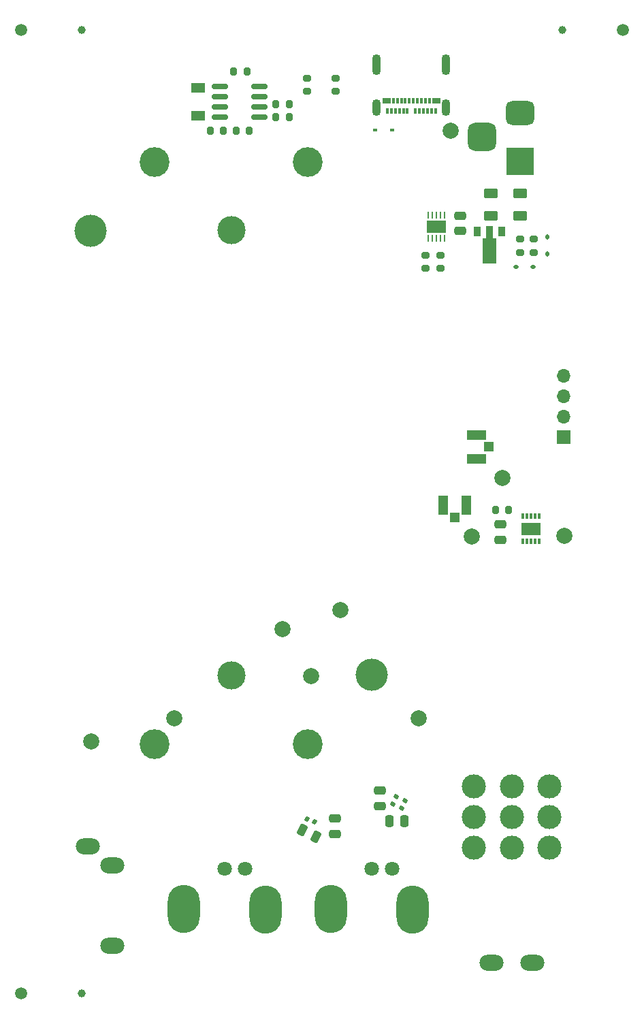
<source format=gbr>
%TF.GenerationSoftware,KiCad,Pcbnew,8.0.5+dfsg-1*%
%TF.CreationDate,2024-09-25T11:52:26+01:00*%
%TF.ProjectId,low-noise-power-probe-panel,6c6f772d-6e6f-4697-9365-2d706f776572,rev?*%
%TF.SameCoordinates,Original*%
%TF.FileFunction,Soldermask,Top*%
%TF.FilePolarity,Negative*%
%FSLAX46Y46*%
G04 Gerber Fmt 4.6, Leading zero omitted, Abs format (unit mm)*
G04 Created by KiCad (PCBNEW 8.0.5+dfsg-1) date 2024-09-25 11:52:26*
%MOMM*%
%LPD*%
G01*
G04 APERTURE LIST*
G04 Aperture macros list*
%AMRoundRect*
0 Rectangle with rounded corners*
0 $1 Rounding radius*
0 $2 $3 $4 $5 $6 $7 $8 $9 X,Y pos of 4 corners*
0 Add a 4 corners polygon primitive as box body*
4,1,4,$2,$3,$4,$5,$6,$7,$8,$9,$2,$3,0*
0 Add four circle primitives for the rounded corners*
1,1,$1+$1,$2,$3*
1,1,$1+$1,$4,$5*
1,1,$1+$1,$6,$7*
1,1,$1+$1,$8,$9*
0 Add four rect primitives between the rounded corners*
20,1,$1+$1,$2,$3,$4,$5,0*
20,1,$1+$1,$4,$5,$6,$7,0*
20,1,$1+$1,$6,$7,$8,$9,0*
20,1,$1+$1,$8,$9,$2,$3,0*%
%AMFreePoly0*
4,1,9,3.862500,-0.866500,0.737500,-0.866500,0.737500,-0.450000,-0.737500,-0.450000,-0.737500,0.450000,0.737500,0.450000,0.737500,0.866500,3.862500,0.866500,3.862500,-0.866500,3.862500,-0.866500,$1*%
G04 Aperture macros list end*
%ADD10C,1.000000*%
%ADD11R,0.600000X0.450000*%
%ADD12RoundRect,0.112500X0.187500X0.112500X-0.187500X0.112500X-0.187500X-0.112500X0.187500X-0.112500X0*%
%ADD13C,3.000000*%
%ADD14O,3.000000X2.000000*%
%ADD15RoundRect,0.200000X0.200000X0.275000X-0.200000X0.275000X-0.200000X-0.275000X0.200000X-0.275000X0*%
%ADD16R,1.700000X1.300000*%
%ADD17RoundRect,0.101600X-0.525000X1.100000X-0.525000X-1.100000X0.525000X-1.100000X0.525000X1.100000X0*%
%ADD18RoundRect,0.101600X-0.500000X0.525000X-0.500000X-0.525000X0.500000X-0.525000X0.500000X0.525000X0*%
%ADD19RoundRect,0.200000X-0.200000X-0.275000X0.200000X-0.275000X0.200000X0.275000X-0.200000X0.275000X0*%
%ADD20RoundRect,0.140000X0.094906X-0.198728X0.213239X0.055038X-0.094906X0.198728X-0.213239X-0.055038X0*%
%ADD21C,2.000000*%
%ADD22C,3.500000*%
%ADD23C,4.000000*%
%ADD24C,3.700000*%
%ADD25RoundRect,0.112500X0.112500X-0.187500X0.112500X0.187500X-0.112500X0.187500X-0.112500X-0.187500X0*%
%ADD26C,1.500000*%
%ADD27R,0.300000X0.650000*%
%ADD28R,2.480000X1.550000*%
%ADD29RoundRect,0.140000X0.198728X0.094906X-0.055038X0.213239X-0.198728X-0.094906X0.055038X-0.213239X0*%
%ADD30RoundRect,0.200000X-0.275000X0.200000X-0.275000X-0.200000X0.275000X-0.200000X0.275000X0.200000X0*%
%ADD31RoundRect,0.250000X-0.475000X0.250000X-0.475000X-0.250000X0.475000X-0.250000X0.475000X0.250000X0*%
%ADD32RoundRect,0.250000X-0.625000X0.375000X-0.625000X-0.375000X0.625000X-0.375000X0.625000X0.375000X0*%
%ADD33RoundRect,0.150000X-0.825000X-0.150000X0.825000X-0.150000X0.825000X0.150000X-0.825000X0.150000X0*%
%ADD34R,1.700000X1.700000*%
%ADD35O,1.700000X1.700000*%
%ADD36RoundRect,0.250000X-0.250000X-0.475000X0.250000X-0.475000X0.250000X0.475000X-0.250000X0.475000X0*%
%ADD37RoundRect,0.101600X-1.100000X-0.525000X1.100000X-0.525000X1.100000X0.525000X-1.100000X0.525000X0*%
%ADD38RoundRect,0.101600X-0.525000X-0.500000X0.525000X-0.500000X0.525000X0.500000X-0.525000X0.500000X0*%
%ADD39O,4.000000X6.000000*%
%ADD40C,1.800000*%
%ADD41R,3.500000X3.500000*%
%ADD42RoundRect,0.750000X-1.000000X0.750000X-1.000000X-0.750000X1.000000X-0.750000X1.000000X0.750000X0*%
%ADD43RoundRect,0.875000X-0.875000X0.875000X-0.875000X-0.875000X0.875000X-0.875000X0.875000X0.875000X0*%
%ADD44RoundRect,0.062500X-0.062500X0.362500X-0.062500X-0.362500X0.062500X-0.362500X0.062500X0.362500X0*%
%ADD45R,2.380000X1.650000*%
%ADD46R,0.300000X0.700000*%
%ADD47R,1.000000X0.700000*%
%ADD48O,1.100000X2.100000*%
%ADD49O,1.100000X2.600000*%
%ADD50RoundRect,0.250000X0.475000X-0.250000X0.475000X0.250000X-0.475000X0.250000X-0.475000X-0.250000X0*%
%ADD51RoundRect,0.200000X0.275000X-0.200000X0.275000X0.200000X-0.275000X0.200000X-0.275000X-0.200000X0*%
%ADD52R,0.900000X1.300000*%
%ADD53FreePoly0,270.000000*%
%ADD54RoundRect,0.250000X-0.427321X-0.324842X0.025833X-0.536151X0.427321X0.324842X-0.025833X0.536151X0*%
G04 APERTURE END LIST*
D10*
%TO.C,KiKit_FID_T_3*%
X180100000Y-142300000D03*
%TD*%
D11*
%TO.C,D14*%
X218700000Y-34875000D03*
X216600000Y-34875000D03*
%TD*%
D12*
%TO.C,D8*%
X236250000Y-51975000D03*
X234150000Y-51975000D03*
%TD*%
D13*
%TO.C,SW1*%
X238300000Y-124120000D03*
X233600000Y-124120000D03*
X228900000Y-124120000D03*
X238300000Y-120310000D03*
X233600000Y-120310000D03*
X228900000Y-120310000D03*
X238300000Y-116500000D03*
X233600000Y-116500000D03*
X228900000Y-116500000D03*
D14*
X231060000Y-138470000D03*
X236140000Y-138470000D03*
%TD*%
D15*
%TO.C,R22*%
X200950000Y-35025000D03*
X199300000Y-35025000D03*
%TD*%
D16*
%TO.C,D2*%
X194600000Y-29625000D03*
X194600000Y-33125000D03*
%TD*%
D17*
%TO.C,TP17*%
X227975000Y-81555000D03*
X225025000Y-81555000D03*
D18*
X226500000Y-83080000D03*
%TD*%
D19*
%TO.C,R19*%
X204250000Y-31725000D03*
X205900000Y-31725000D03*
%TD*%
D20*
%TO.C,C24*%
X218797143Y-118710028D03*
X219202857Y-117839972D03*
%TD*%
D21*
%TO.C,BT1*%
X181300000Y-110975000D03*
D22*
X198700000Y-102775000D03*
D23*
X216200000Y-102675000D03*
X181200000Y-47475000D03*
D22*
X198700000Y-47375000D03*
D24*
X189150000Y-111250000D03*
X189150000Y-38900000D03*
X208250000Y-111250000D03*
X208250000Y-38900000D03*
%TD*%
D25*
%TO.C,D7*%
X238000000Y-50325000D03*
X238000000Y-48225000D03*
%TD*%
D10*
%TO.C,KiKit_FID_T_2*%
X239900000Y-22500000D03*
%TD*%
D15*
%TO.C,R24*%
X197750000Y-35025000D03*
X196100000Y-35025000D03*
%TD*%
D26*
%TO.C,KiKit_TO_1*%
X172600000Y-22500000D03*
%TD*%
D27*
%TO.C,U4*%
X235000000Y-86050000D03*
X235500000Y-86050000D03*
X236000000Y-86050000D03*
X236500000Y-86050000D03*
X237000000Y-86050000D03*
X237000000Y-82950000D03*
X236500000Y-82950000D03*
X236000000Y-82950000D03*
X235500000Y-82950000D03*
X235000000Y-82950000D03*
D28*
X236000000Y-84500000D03*
%TD*%
D29*
%TO.C,C21*%
X209035028Y-120977857D03*
X208164972Y-120572143D03*
%TD*%
D30*
%TO.C,R8*%
X211650000Y-28450000D03*
X211650000Y-30100000D03*
%TD*%
D31*
%TO.C,C14*%
X227150000Y-45550000D03*
X227150000Y-47450000D03*
%TD*%
D32*
%TO.C,F2*%
X231000000Y-42775000D03*
X231000000Y-45575000D03*
%TD*%
D26*
%TO.C,KiKit_TO_2*%
X247400000Y-22500000D03*
%TD*%
D33*
%TO.C,U8*%
X197275000Y-29470000D03*
X197275000Y-30740000D03*
X197275000Y-32010000D03*
X197275000Y-33280000D03*
X202225000Y-33280000D03*
X202225000Y-32010000D03*
X202225000Y-30740000D03*
X202225000Y-29470000D03*
%TD*%
D34*
%TO.C,J5*%
X240050000Y-73100000D03*
D35*
X240050000Y-70560000D03*
X240050000Y-68020000D03*
X240050000Y-65480000D03*
%TD*%
D32*
%TO.C,F1*%
X234600000Y-42775000D03*
X234600000Y-45575000D03*
%TD*%
D36*
%TO.C,C30*%
X218350000Y-120825000D03*
X220250000Y-120825000D03*
%TD*%
D37*
%TO.C,TP16*%
X229200000Y-72825000D03*
X229200000Y-75775000D03*
D38*
X230725000Y-74300000D03*
%TD*%
D39*
%TO.C,J1*%
X202980000Y-131880000D03*
X192820000Y-131780000D03*
D40*
X197900000Y-126800000D03*
X200440000Y-126800000D03*
%TD*%
D19*
%TO.C,R18*%
X204250000Y-33275000D03*
X205900000Y-33275000D03*
%TD*%
D41*
%TO.C,J3*%
X234600000Y-38775000D03*
D42*
X234600000Y-32775000D03*
D43*
X229900000Y-35775000D03*
%TD*%
D15*
%TO.C,R23*%
X200650000Y-27625000D03*
X199000000Y-27625000D03*
%TD*%
D26*
%TO.C,KiKit_TO_3*%
X172600000Y-142300000D03*
%TD*%
D44*
%TO.C,U6*%
X225200000Y-45500000D03*
X224700000Y-45500000D03*
X224200000Y-45500000D03*
X223700000Y-45500000D03*
X223200000Y-45500000D03*
X223200000Y-48400000D03*
X223700000Y-48400000D03*
X224200000Y-48400000D03*
X224700000Y-48400000D03*
X225200000Y-48400000D03*
D45*
X224200000Y-46950000D03*
%TD*%
D46*
%TO.C,J4*%
X224109483Y-32535000D03*
X223609483Y-32535000D03*
X223109483Y-32535000D03*
X222609483Y-32535000D03*
X222109483Y-32535000D03*
X221609483Y-32535000D03*
X220609483Y-32535000D03*
X220109483Y-32535000D03*
X219609483Y-32535000D03*
X219109483Y-32535000D03*
X218609483Y-32535000D03*
X218109483Y-32535000D03*
D47*
X218009483Y-31235000D03*
D46*
X218859483Y-31235000D03*
X219359483Y-31235000D03*
X219859483Y-31235000D03*
X220359483Y-31235000D03*
X220859483Y-31235000D03*
X221359483Y-31235000D03*
X221859483Y-31235000D03*
X222359483Y-31235000D03*
X222859483Y-31235000D03*
X223359483Y-31235000D03*
D47*
X224209483Y-31235000D03*
D48*
X225429483Y-32125000D03*
D49*
X225429483Y-26765000D03*
D48*
X216789483Y-32125000D03*
D49*
X216789483Y-26765000D03*
%TD*%
D20*
%TO.C,C4*%
X219872143Y-119210028D03*
X220277857Y-118339972D03*
%TD*%
D30*
%TO.C,R10*%
X236300000Y-48475000D03*
X236300000Y-50125000D03*
%TD*%
%TO.C,R14*%
X222900000Y-50475000D03*
X222900000Y-52125000D03*
%TD*%
D50*
%TO.C,C28*%
X211600000Y-122425000D03*
X211600000Y-120525000D03*
%TD*%
D39*
%TO.C,J2*%
X221280000Y-131880000D03*
X211120000Y-131780000D03*
D40*
X216200000Y-126800000D03*
X218740000Y-126800000D03*
%TD*%
D31*
%TO.C,C29*%
X217200000Y-117075000D03*
X217200000Y-118975000D03*
%TD*%
D51*
%TO.C,R21*%
X208125000Y-30125000D03*
X208125000Y-28475000D03*
%TD*%
D14*
%TO.C,RV1*%
X183900000Y-136325000D03*
X180900000Y-124025000D03*
X183900000Y-126325000D03*
%TD*%
D15*
%TO.C,R9*%
X233225000Y-82200000D03*
X231575000Y-82200000D03*
%TD*%
D52*
%TO.C,Q1*%
X232300000Y-47500000D03*
D53*
X230800000Y-47587500D03*
D52*
X229300000Y-47500000D03*
%TD*%
D10*
%TO.C,KiKit_FID_T_1*%
X180100000Y-22500000D03*
%TD*%
D50*
%TO.C,C9*%
X232200000Y-85850000D03*
X232200000Y-83950000D03*
%TD*%
D51*
%TO.C,R12*%
X234600000Y-50125000D03*
X234600000Y-48475000D03*
%TD*%
D30*
%TO.C,R13*%
X224700000Y-50475000D03*
X224700000Y-52125000D03*
%TD*%
D54*
%TO.C,C27*%
X207539009Y-121973513D03*
X209260991Y-122776487D03*
%TD*%
D21*
%TO.C,TP9*%
X222000000Y-108100000D03*
%TD*%
%TO.C,TP2*%
X228600000Y-85500000D03*
%TD*%
%TO.C,TP1*%
X232400000Y-78200000D03*
%TD*%
%TO.C,TP7*%
X208600000Y-102800000D03*
%TD*%
%TO.C,TP21*%
X226000000Y-35000000D03*
%TD*%
%TO.C,TP8*%
X212300000Y-94632500D03*
%TD*%
%TO.C,TP3*%
X205100000Y-96975000D03*
%TD*%
%TO.C,TP4*%
X191600000Y-108100000D03*
%TD*%
%TO.C,TP12*%
X240100000Y-85400000D03*
%TD*%
M02*

</source>
